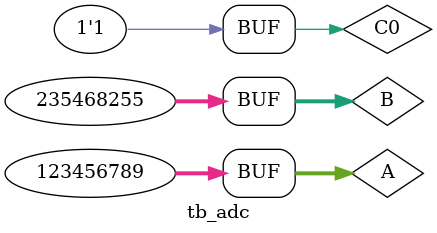
<source format=v>
`timescale 1ns / 1ps


module tb_adc;       
// adc Inputs
reg   [31:0]  A                            = 0 ;
reg   [31:0]  B                            = 0 ;
reg   C0                                   = 0 ;

// adc Outputs
wire  [32:0]  S                            ;


initial
begin
    A=32'd123456789;
    B=32'd15698134;
    C0=0;#50;
    C0=1;#50;
    B=32'd235468255;
    #50;
    C0=1;#50;

end

adc  u_adc (
    .A                       ( A   [31:0] ),
    .B                       ( B   [31:0] ),
    .C0                      ( C0         ),

    .S                       ( S   [32:0] )
);


endmodule

</source>
